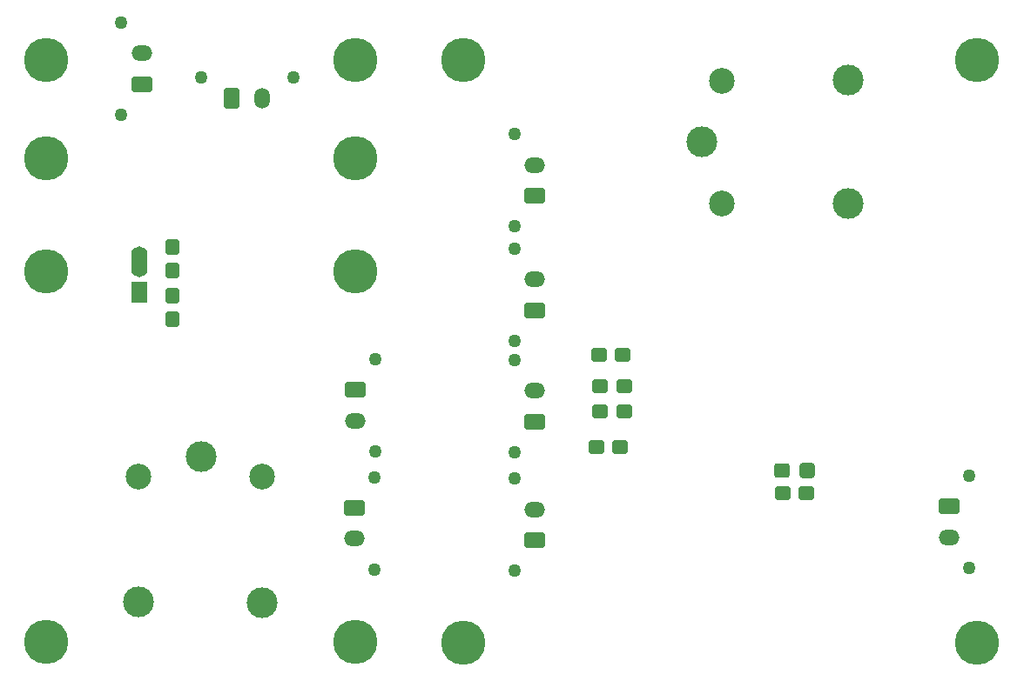
<source format=gbr>
%TF.GenerationSoftware,KiCad,Pcbnew,9.0.2*%
%TF.CreationDate,2025-09-30T17:54:07+08:00*%
%TF.ProjectId,IMD_TSMS_latch_logic,494d445f-5453-44d5-935f-6c617463685f,rev?*%
%TF.SameCoordinates,Original*%
%TF.FileFunction,Soldermask,Bot*%
%TF.FilePolarity,Negative*%
%FSLAX46Y46*%
G04 Gerber Fmt 4.6, Leading zero omitted, Abs format (unit mm)*
G04 Created by KiCad (PCBNEW 9.0.2) date 2025-09-30 17:54:07*
%MOMM*%
%LPD*%
G01*
G04 APERTURE LIST*
G04 Aperture macros list*
%AMRoundRect*
0 Rectangle with rounded corners*
0 $1 Rounding radius*
0 $2 $3 $4 $5 $6 $7 $8 $9 X,Y pos of 4 corners*
0 Add a 4 corners polygon primitive as box body*
4,1,4,$2,$3,$4,$5,$6,$7,$8,$9,$2,$3,0*
0 Add four circle primitives for the rounded corners*
1,1,$1+$1,$2,$3*
1,1,$1+$1,$4,$5*
1,1,$1+$1,$6,$7*
1,1,$1+$1,$8,$9*
0 Add four rect primitives between the rounded corners*
20,1,$1+$1,$2,$3,$4,$5,0*
20,1,$1+$1,$4,$5,$6,$7,0*
20,1,$1+$1,$6,$7,$8,$9,0*
20,1,$1+$1,$8,$9,$2,$3,0*%
G04 Aperture macros list end*
%ADD10C,4.300000*%
%ADD11C,3.000000*%
%ADD12C,2.500000*%
%ADD13C,1.270000*%
%ADD14RoundRect,0.250001X-0.759999X0.499999X-0.759999X-0.499999X0.759999X-0.499999X0.759999X0.499999X0*%
%ADD15O,2.020000X1.500000*%
%ADD16RoundRect,0.250001X0.759999X-0.499999X0.759999X0.499999X-0.759999X0.499999X-0.759999X-0.499999X0*%
%ADD17R,1.600000X2.000000*%
%ADD18O,1.600000X3.000000*%
%ADD19RoundRect,0.250001X-0.499999X-0.759999X0.499999X-0.759999X0.499999X0.759999X-0.499999X0.759999X0*%
%ADD20O,1.500000X2.020000*%
%ADD21RoundRect,0.278125X0.389375X-0.474375X0.389375X0.474375X-0.389375X0.474375X-0.389375X-0.474375X0*%
%ADD22RoundRect,0.278125X-0.389375X0.474375X-0.389375X-0.474375X0.389375X-0.474375X0.389375X0.474375X0*%
%ADD23RoundRect,0.305575X-0.460025X-0.412525X0.460025X-0.412525X0.460025X0.412525X-0.460025X0.412525X0*%
%ADD24RoundRect,0.308511X-0.457089X-0.416489X0.457089X-0.416489X0.457089X0.416489X-0.457089X0.416489X0*%
%ADD25RoundRect,0.278125X-0.474375X-0.389375X0.474375X-0.389375X0.474375X0.389375X-0.474375X0.389375X0*%
%ADD26RoundRect,0.278125X0.474375X0.389375X-0.474375X0.389375X-0.474375X-0.389375X0.474375X-0.389375X0*%
G04 APERTURE END LIST*
D10*
%TO.C,H12*%
X115000000Y-85000000D03*
%TD*%
D11*
%TO.C,K1*%
X148755000Y-83350000D03*
D12*
X150705000Y-89400000D03*
D11*
X162905000Y-89400000D03*
X162955000Y-77350000D03*
D12*
X150705000Y-77400000D03*
%TD*%
D10*
%TO.C,H1*%
X175502500Y-132120000D03*
%TD*%
D13*
%TO.C,J8*%
X116960000Y-104500000D03*
X116960000Y-113500000D03*
D14*
X115000000Y-107500000D03*
D15*
X115000000Y-110500000D03*
%TD*%
D13*
%TO.C,J7*%
X130540000Y-102750000D03*
X130540000Y-93750000D03*
D16*
X132500000Y-99750000D03*
D15*
X132500000Y-96750000D03*
%TD*%
D10*
%TO.C,H11*%
X85000000Y-85000000D03*
%TD*%
D17*
%TO.C,C8*%
X94000000Y-98000000D03*
D18*
X94000000Y-95000000D03*
%TD*%
D13*
%TO.C,SW1*%
X130477500Y-125132500D03*
X130477500Y-116132500D03*
D16*
X132437500Y-122132500D03*
D15*
X132437500Y-119132500D03*
%TD*%
D13*
%TO.C,J6*%
X100000000Y-77125000D03*
X109000000Y-77125000D03*
D19*
X103000000Y-79085000D03*
D20*
X106000000Y-79085000D03*
%TD*%
D10*
%TO.C,H10*%
X115000000Y-75370000D03*
%TD*%
D13*
%TO.C,J3*%
X130545000Y-91600000D03*
X130545000Y-82600000D03*
D16*
X132505000Y-88600000D03*
D15*
X132505000Y-85600000D03*
%TD*%
D13*
%TO.C,J9*%
X116875000Y-116000000D03*
X116875000Y-125000000D03*
D14*
X114915000Y-119000000D03*
D15*
X114915000Y-122000000D03*
%TD*%
D10*
%TO.C,H3*%
X125502500Y-75370000D03*
%TD*%
D21*
%TO.C,R35*%
X97282500Y-95902500D03*
X97282500Y-93597500D03*
%TD*%
D10*
%TO.C,H4*%
X175502500Y-75370000D03*
%TD*%
%TO.C,H7*%
X85000000Y-132000000D03*
%TD*%
D13*
%TO.C,J4*%
X174755000Y-115850000D03*
X174755000Y-124850000D03*
D14*
X172795000Y-118850000D03*
D15*
X172795000Y-121850000D03*
%TD*%
D10*
%TO.C,H2*%
X125502500Y-132120000D03*
%TD*%
D11*
%TO.C,K2*%
X100000000Y-114000000D03*
D12*
X93950000Y-115950000D03*
D11*
X93950000Y-128150000D03*
X106000000Y-128200000D03*
D12*
X105950000Y-115950000D03*
%TD*%
D10*
%TO.C,H9*%
X85000000Y-96000000D03*
%TD*%
%TO.C,H5*%
X115000000Y-132000000D03*
%TD*%
D13*
%TO.C,J1*%
X130545000Y-113600000D03*
X130545000Y-104600000D03*
D16*
X132505000Y-110600000D03*
D15*
X132505000Y-107600000D03*
%TD*%
D22*
%TO.C,R32*%
X97217500Y-98347500D03*
X97217500Y-100652500D03*
%TD*%
D13*
%TO.C,J5*%
X92290000Y-80750000D03*
X92290000Y-71750000D03*
D16*
X94250000Y-77750000D03*
D15*
X94250000Y-74750000D03*
%TD*%
D10*
%TO.C,H6*%
X115000000Y-96000000D03*
%TD*%
%TO.C,H8*%
X85000000Y-75370000D03*
%TD*%
D23*
%TO.C,C3*%
X156539400Y-115356900D03*
D24*
X158970600Y-115350000D03*
%TD*%
D25*
%TO.C,R15*%
X138700000Y-104100000D03*
X141005000Y-104100000D03*
%TD*%
%TO.C,R16*%
X138450000Y-113100000D03*
X140755000Y-113100000D03*
%TD*%
D26*
%TO.C,R6*%
X158907500Y-117567500D03*
X156602500Y-117567500D03*
%TD*%
D25*
%TO.C,R13*%
X138852500Y-109632500D03*
X141157500Y-109632500D03*
%TD*%
%TO.C,R11*%
X138852500Y-107132500D03*
X141157500Y-107132500D03*
%TD*%
M02*

</source>
